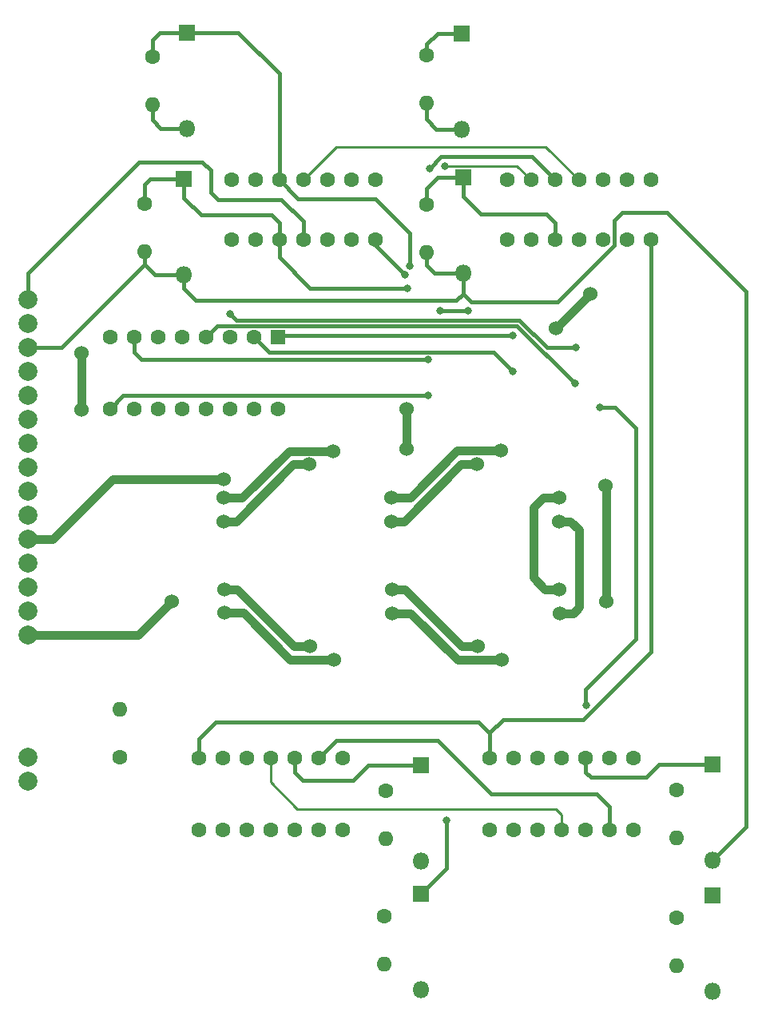
<source format=gbr>
%TF.GenerationSoftware,KiCad,Pcbnew,(5.1.7)-1*%
%TF.CreationDate,2021-02-06T18:02:14-06:00*%
%TF.ProjectId,SLEDBoard,534c4544-426f-4617-9264-2e6b69636164,v01*%
%TF.SameCoordinates,Original*%
%TF.FileFunction,Copper,L2,Bot*%
%TF.FilePolarity,Positive*%
%FSLAX46Y46*%
G04 Gerber Fmt 4.6, Leading zero omitted, Abs format (unit mm)*
G04 Created by KiCad (PCBNEW (5.1.7)-1) date 2021-02-06 18:02:14*
%MOMM*%
%LPD*%
G01*
G04 APERTURE LIST*
%TA.AperFunction,ComponentPad*%
%ADD10O,1.600000X1.600000*%
%TD*%
%TA.AperFunction,ComponentPad*%
%ADD11C,1.600000*%
%TD*%
%TA.AperFunction,ComponentPad*%
%ADD12O,1.800000X1.800000*%
%TD*%
%TA.AperFunction,ComponentPad*%
%ADD13R,1.800000X1.800000*%
%TD*%
%TA.AperFunction,ComponentPad*%
%ADD14R,1.600000X1.600000*%
%TD*%
%TA.AperFunction,ComponentPad*%
%ADD15C,2.000000*%
%TD*%
%TA.AperFunction,ViaPad*%
%ADD16C,0.800000*%
%TD*%
%TA.AperFunction,ViaPad*%
%ADD17C,1.524000*%
%TD*%
%TA.AperFunction,Conductor*%
%ADD18C,0.381000*%
%TD*%
%TA.AperFunction,Conductor*%
%ADD19C,0.889000*%
%TD*%
%TA.AperFunction,Conductor*%
%ADD20C,0.250000*%
%TD*%
G04 APERTURE END LIST*
D10*
%TO.P,R18,2*%
%TO.N,Net-(D1-Pad2)*%
X48025000Y-77130000D03*
D11*
%TO.P,R18,1*%
%TO.N,Net-(3SB2-Pad8)*%
X48025000Y-72050000D03*
%TD*%
D10*
%TO.P,R16,2*%
%TO.N,Net-(D1-Pad2)*%
X47200000Y-92705000D03*
D11*
%TO.P,R16,1*%
%TO.N,Net-(3SB2-Pad11)*%
X47200000Y-87625000D03*
%TD*%
D10*
%TO.P,R14,2*%
%TO.N,Net-(D1-Pad2)*%
X77100000Y-76980000D03*
D11*
%TO.P,R14,1*%
%TO.N,Net-(3SB2-Pad3)*%
X77100000Y-71900000D03*
%TD*%
D10*
%TO.P,R12,2*%
%TO.N,Net-(D1-Pad2)*%
X77100000Y-92780000D03*
D11*
%TO.P,R12,1*%
%TO.N,Net-(3SB2-Pad6)*%
X77100000Y-87700000D03*
%TD*%
D10*
%TO.P,R10,2*%
%TO.N,Net-(D1-Pad2)*%
X103600000Y-168405000D03*
D11*
%TO.P,R10,1*%
%TO.N,Net-(3SB1-Pad8)*%
X103600000Y-163325000D03*
%TD*%
D10*
%TO.P,R8,2*%
%TO.N,Net-(D1-Pad2)*%
X103625000Y-154855000D03*
D11*
%TO.P,R8,1*%
%TO.N,Net-(3SB1-Pad11)*%
X103625000Y-149775000D03*
%TD*%
D10*
%TO.P,R6,2*%
%TO.N,Net-(D1-Pad2)*%
X72600000Y-168180000D03*
D11*
%TO.P,R6,1*%
%TO.N,Net-(3SB1-Pad3)*%
X72600000Y-163100000D03*
%TD*%
D10*
%TO.P,R4,2*%
%TO.N,Net-(D1-Pad2)*%
X72759400Y-154934000D03*
D11*
%TO.P,R4,1*%
%TO.N,Net-(3SB1-Pad6)*%
X72759400Y-149854000D03*
%TD*%
D12*
%TO.P,D8,2*%
%TO.N,Net-(D1-Pad2)*%
X51675000Y-79635000D03*
D13*
%TO.P,D8,1*%
%TO.N,Net-(3SB2-Pad8)*%
X51675000Y-69475000D03*
%TD*%
D12*
%TO.P,D7,2*%
%TO.N,Net-(D1-Pad2)*%
X51400000Y-95135000D03*
D13*
%TO.P,D7,1*%
%TO.N,Net-(3SB2-Pad11)*%
X51400000Y-84975000D03*
%TD*%
D12*
%TO.P,D6,2*%
%TO.N,Net-(D1-Pad2)*%
X80850000Y-79710000D03*
D13*
%TO.P,D6,1*%
%TO.N,Net-(3SB2-Pad3)*%
X80850000Y-69550000D03*
%TD*%
D12*
%TO.P,D5,2*%
%TO.N,Net-(D1-Pad2)*%
X81000000Y-94985000D03*
D13*
%TO.P,D5,1*%
%TO.N,Net-(3SB2-Pad6)*%
X81000000Y-84825000D03*
%TD*%
D12*
%TO.P,D4,2*%
%TO.N,Net-(D1-Pad2)*%
X107375000Y-171085000D03*
D13*
%TO.P,D4,1*%
%TO.N,Net-(3SB1-Pad8)*%
X107375000Y-160925000D03*
%TD*%
D12*
%TO.P,D3,2*%
%TO.N,Net-(D1-Pad2)*%
X107400000Y-157235000D03*
D13*
%TO.P,D3,1*%
%TO.N,Net-(3SB1-Pad11)*%
X107400000Y-147075000D03*
%TD*%
D12*
%TO.P,D2,2*%
%TO.N,Net-(D1-Pad2)*%
X76500000Y-170960000D03*
D13*
%TO.P,D2,1*%
%TO.N,Net-(3SB1-Pad3)*%
X76500000Y-160800000D03*
%TD*%
%TO.P,D1,1*%
%TO.N,Net-(3SB1-Pad6)*%
X76500000Y-147100000D03*
D12*
%TO.P,D1,2*%
%TO.N,Net-(D1-Pad2)*%
X76500000Y-157260000D03*
%TD*%
D11*
%TO.P,U10,VIN*%
%TO.N,VDD*%
X71655000Y-85100000D03*
%TO.P,U10,GND*%
%TO.N,GND*%
X69115000Y-85100000D03*
%TO.P,U10,3V3*%
%TO.N,Net-(U10-Pad3V3)*%
X66575000Y-85100000D03*
%TO.P,U10,SCL*%
%TO.N,Net-(R1-Pad2)*%
X64035000Y-85100000D03*
%TO.P,U10,SDA*%
%TO.N,Net-(3SB2-Pad8)*%
X61495000Y-85100000D03*
%TO.P,U10,INT*%
%TO.N,Net-(U10-PadINT)*%
X58955000Y-85100000D03*
%TO.P,U10,LED*%
%TO.N,GND*%
X56415000Y-85100000D03*
%TD*%
%TO.P,U9,VIN*%
%TO.N,VDD*%
X71655000Y-91450000D03*
%TO.P,U9,GND*%
%TO.N,GND*%
X69115000Y-91450000D03*
%TO.P,U9,3V3*%
%TO.N,Net-(U9-Pad3V3)*%
X66575000Y-91450000D03*
%TO.P,U9,SCL*%
%TO.N,Net-(R1-Pad2)*%
X64035000Y-91450000D03*
%TO.P,U9,SDA*%
%TO.N,Net-(3SB2-Pad11)*%
X61495000Y-91450000D03*
%TO.P,U9,INT*%
%TO.N,Net-(U10-PadINT)*%
X58955000Y-91450000D03*
%TO.P,U9,LED*%
%TO.N,GND*%
X56415000Y-91450000D03*
%TD*%
%TO.P,U8,VIN*%
%TO.N,VDD*%
X100865000Y-85100000D03*
%TO.P,U8,GND*%
%TO.N,GND*%
X98325000Y-85100000D03*
%TO.P,U8,3V3*%
%TO.N,Net-(U8-Pad3V3)*%
X95785000Y-85100000D03*
%TO.P,U8,SCL*%
%TO.N,Net-(R1-Pad2)*%
X93245000Y-85100000D03*
%TO.P,U8,SDA*%
%TO.N,Net-(3SB2-Pad3)*%
X90705000Y-85100000D03*
%TO.P,U8,INT*%
%TO.N,Net-(U10-PadINT)*%
X88165000Y-85100000D03*
%TO.P,U8,LED*%
%TO.N,GND*%
X85625000Y-85100000D03*
%TD*%
%TO.P,U7,VIN*%
%TO.N,VDD*%
X100865000Y-91450000D03*
%TO.P,U7,GND*%
%TO.N,GND*%
X98325000Y-91450000D03*
%TO.P,U7,3V3*%
%TO.N,Net-(U7-Pad3V3)*%
X95785000Y-91450000D03*
%TO.P,U7,SCL*%
%TO.N,Net-(R1-Pad2)*%
X93245000Y-91450000D03*
%TO.P,U7,SDA*%
%TO.N,Net-(3SB2-Pad6)*%
X90705000Y-91450000D03*
%TO.P,U7,INT*%
%TO.N,Net-(U10-PadINT)*%
X88165000Y-91450000D03*
%TO.P,U7,LED*%
%TO.N,GND*%
X85625000Y-91450000D03*
%TD*%
%TO.P,U6,VIN*%
%TO.N,VDD*%
X83800000Y-154025000D03*
%TO.P,U6,GND*%
%TO.N,GND*%
X86340000Y-154025000D03*
%TO.P,U6,3V3*%
%TO.N,Net-(U6-Pad3V3)*%
X88880000Y-154025000D03*
%TO.P,U6,SCL*%
%TO.N,Net-(R1-Pad2)*%
X91420000Y-154025000D03*
%TO.P,U6,SDA*%
%TO.N,Net-(3SB1-Pad8)*%
X93960000Y-154025000D03*
%TO.P,U6,INT*%
%TO.N,Net-(U10-PadINT)*%
X96500000Y-154025000D03*
%TO.P,U6,LED*%
%TO.N,GND*%
X99040000Y-154025000D03*
%TD*%
%TO.P,U5,VIN*%
%TO.N,VDD*%
X83800000Y-146405000D03*
%TO.P,U5,GND*%
%TO.N,GND*%
X86340000Y-146405000D03*
%TO.P,U5,3V3*%
%TO.N,Net-(U5-Pad3V3)*%
X88880000Y-146405000D03*
%TO.P,U5,SCL*%
%TO.N,Net-(R1-Pad2)*%
X91420000Y-146405000D03*
%TO.P,U5,SDA*%
%TO.N,Net-(3SB1-Pad11)*%
X93960000Y-146405000D03*
%TO.P,U5,INT*%
%TO.N,Net-(U10-PadINT)*%
X96500000Y-146405000D03*
%TO.P,U5,LED*%
%TO.N,GND*%
X99040000Y-146405000D03*
%TD*%
%TO.P,U4,VIN*%
%TO.N,VDD*%
X52960000Y-154025000D03*
%TO.P,U4,GND*%
%TO.N,GND*%
X55500000Y-154025000D03*
%TO.P,U4,3V3*%
%TO.N,Net-(U4-Pad3V3)*%
X58040000Y-154025000D03*
%TO.P,U4,SCL*%
%TO.N,Net-(R1-Pad2)*%
X60580000Y-154025000D03*
%TO.P,U4,SDA*%
%TO.N,Net-(3SB1-Pad3)*%
X63120000Y-154025000D03*
%TO.P,U4,INT*%
%TO.N,Net-(U10-PadINT)*%
X65660000Y-154025000D03*
%TO.P,U4,LED*%
%TO.N,GND*%
X68200000Y-154025000D03*
%TD*%
%TO.P,U3,VIN*%
%TO.N,VDD*%
X52985000Y-146405000D03*
%TO.P,U3,GND*%
%TO.N,GND*%
X55525000Y-146405000D03*
%TO.P,U3,3V3*%
%TO.N,Net-(U3-Pad3V3)*%
X58065000Y-146405000D03*
%TO.P,U3,SCL*%
%TO.N,Net-(R1-Pad2)*%
X60605000Y-146405000D03*
%TO.P,U3,SDA*%
%TO.N,Net-(3SB1-Pad6)*%
X63145000Y-146405000D03*
%TO.P,U3,INT*%
%TO.N,Net-(U10-PadINT)*%
X65685000Y-146405000D03*
%TO.P,U3,LED*%
%TO.N,GND*%
X68225000Y-146405000D03*
%TD*%
%TO.P,DECODER1,9*%
%TO.N,/~Y7*%
X43537200Y-109357000D03*
%TO.P,DECODER1,8*%
%TO.N,GND*%
X43537200Y-101737000D03*
%TO.P,DECODER1,16*%
%TO.N,VDD*%
X61317200Y-109357000D03*
%TO.P,DECODER1,15*%
%TO.N,Net-(DECODER1-Pad15)*%
X58777200Y-109357000D03*
%TO.P,DECODER1,14*%
%TO.N,Net-(DECODER1-Pad14)*%
X56237200Y-109357000D03*
%TO.P,DECODER1,13*%
%TO.N,Net-(DECODER1-Pad13)*%
X53697200Y-109357000D03*
%TO.P,DECODER1,12*%
%TO.N,GND*%
X51157200Y-109357000D03*
%TO.P,DECODER1,11*%
%TO.N,/~Y9*%
X48617200Y-109357000D03*
%TO.P,DECODER1,10*%
%TO.N,/~Y8*%
X46077200Y-109357000D03*
%TO.P,DECODER1,7*%
%TO.N,/~Y6*%
X46077200Y-101737000D03*
%TO.P,DECODER1,6*%
%TO.N,/~Y5*%
X48617200Y-101737000D03*
%TO.P,DECODER1,5*%
%TO.N,/~Y4*%
X51157200Y-101737000D03*
%TO.P,DECODER1,4*%
%TO.N,/~Y3*%
X53697200Y-101737000D03*
%TO.P,DECODER1,3*%
%TO.N,/~Y2*%
X56237200Y-101737000D03*
%TO.P,DECODER1,2*%
%TO.N,/~Y1*%
X58777200Y-101737000D03*
D14*
%TO.P,DECODER1,1*%
%TO.N,/~Y0*%
X61317200Y-101737000D03*
%TD*%
D10*
%TO.P,R1,2*%
%TO.N,Net-(R1-Pad2)*%
X44550000Y-141245000D03*
D11*
%TO.P,R1,1*%
%TO.N,VDD*%
X44550000Y-146325000D03*
%TD*%
D15*
%TO.P,VDD,2*%
%TO.N,VDD*%
X34850000Y-146300000D03*
%TO.P,VDD,1*%
%TO.N,GND*%
X34850000Y-148840000D03*
%TD*%
%TO.P,U2,15*%
%TO.N,Net-(R1-Pad2)*%
X34825000Y-97800000D03*
%TO.P,U2,14*%
%TO.N,Net-(U10-PadINT)*%
X34825000Y-100340000D03*
%TO.P,U2,13*%
%TO.N,Net-(D1-Pad2)*%
X34825000Y-102880000D03*
%TO.P,U2,12*%
%TO.N,Net-(DECODER1-Pad15)*%
X34825000Y-105420000D03*
%TO.P,U2,11*%
%TO.N,Net-(DECODER1-Pad14)*%
X34825000Y-107960000D03*
%TO.P,U2,10*%
%TO.N,Net-(DECODER1-Pad13)*%
X34825000Y-110500000D03*
%TO.P,U2,9*%
%TO.N,Net-(U2-Pad9)*%
X34825000Y-113040000D03*
%TO.P,U2,8*%
%TO.N,Net-(LED1-Pad1)*%
X34825000Y-115580000D03*
%TO.P,U2,7*%
%TO.N,Net-(LED1-Pad3)*%
X34825000Y-118120000D03*
%TO.P,U2,6*%
%TO.N,Net-(LED1-Pad5)*%
X34825000Y-120660000D03*
%TO.P,U2,5*%
%TO.N,Net-(LED1-Pad7)*%
X34825000Y-123200000D03*
%TO.P,U2,4*%
%TO.N,Net-(LED2-Pad8)*%
X34825000Y-125740000D03*
%TO.P,U2,3*%
%TO.N,Net-(LED2-Pad6)*%
X34825000Y-128280000D03*
%TO.P,U2,2*%
%TO.N,Net-(LED2-Pad4)*%
X34825000Y-130820000D03*
%TO.P,U2,1*%
%TO.N,Net-(LED2-Pad2)*%
X34825000Y-133360000D03*
%TD*%
D16*
%TO.N,/~Y0*%
X86250000Y-101625000D03*
%TO.N,Net-(3SB1-Pad3)*%
X79200000Y-152975000D03*
%TO.N,/~Y1*%
X86275000Y-105425000D03*
D17*
%TO.N,GND*%
X40500000Y-103475000D03*
X40500000Y-109450000D03*
X74950000Y-109350000D03*
X74950000Y-113575000D03*
X90825000Y-100850000D03*
X94450000Y-97225000D03*
D16*
%TO.N,Net-(3SB1-Pad8)*%
X94040000Y-140760000D03*
X95475000Y-109225000D03*
%TO.N,/~Y3*%
X92850000Y-106700000D03*
%TO.N,VDD*%
X78513000Y-98987000D03*
X81488000Y-98987000D03*
X74825000Y-95180058D03*
%TO.N,/~Y7*%
X77250000Y-107975000D03*
%TO.N,Net-(3SB2-Pad11)*%
X75050000Y-96575000D03*
%TO.N,Net-(3SB2-Pad8)*%
X75325000Y-94200000D03*
%TO.N,/~Y6*%
X77250000Y-104150000D03*
%TO.N,Net-(3SB2-Pad3)*%
X77425000Y-83875000D03*
%TO.N,/~Y2*%
X92900000Y-102875000D03*
X56250000Y-99275000D03*
D17*
%TO.N,Net-(LED1-Pad7)*%
X55575000Y-116825000D03*
%TO.N,Net-(LED1-Pad4)*%
X55600000Y-121300000D03*
X64675000Y-115250000D03*
%TO.N,Net-(LED1-Pad2)*%
X55600000Y-118775000D03*
X67193499Y-113843499D03*
%TO.N,Net-(LED2-Pad1)*%
X64750000Y-134525000D03*
X55675000Y-128475000D03*
%TO.N,Net-(LED2-Pad2)*%
X50125000Y-129750000D03*
%TO.N,Net-(LED2-Pad5)*%
X67293499Y-135931501D03*
X55700000Y-131000000D03*
%TO.N,Net-(LED5-Pad4)*%
X82450000Y-115250000D03*
X73375000Y-121300000D03*
%TO.N,Net-(LED5-Pad2)*%
X84993499Y-113818499D03*
X73400000Y-118750000D03*
%TO.N,Net-(LED6-Pad3)*%
X73475000Y-131025000D03*
X85068499Y-135956501D03*
%TO.N,Net-(LED6-Pad1)*%
X73450000Y-128475000D03*
X82525000Y-134525000D03*
%TO.N,Net-(LED10-Pad7)*%
X96100000Y-117500000D03*
X96150000Y-129750000D03*
%TO.N,Net-(LED10-Pad3)*%
X91200000Y-131025000D03*
X91125000Y-121300000D03*
%TO.N,Net-(LED10-Pad1)*%
X91175000Y-128475000D03*
X91150000Y-118750000D03*
D16*
%TO.N,Net-(U10-PadINT)*%
X79075000Y-83600000D03*
%TD*%
D18*
%TO.N,/~Y0*%
X61429200Y-101625000D02*
X61317200Y-101737000D01*
X86250000Y-101625000D02*
X61429200Y-101625000D01*
%TO.N,Net-(3SB1-Pad3)*%
X79200000Y-158100000D02*
X76500000Y-160800000D01*
X79200000Y-152975000D02*
X79200000Y-158100000D01*
%TO.N,/~Y1*%
X60399699Y-103359499D02*
X58777200Y-101737000D01*
X84209499Y-103359499D02*
X60399699Y-103359499D01*
X86275000Y-105425000D02*
X84209499Y-103359499D01*
%TO.N,Net-(3SB1-Pad6)*%
X76500000Y-147100000D02*
X70950000Y-147100000D01*
X70950000Y-147100000D02*
X69300000Y-148750000D01*
X69300000Y-148750000D02*
X63975000Y-148750000D01*
X63145000Y-147920000D02*
X63145000Y-146405000D01*
X63975000Y-148750000D02*
X63145000Y-147920000D01*
D19*
%TO.N,GND*%
X40500000Y-103475000D02*
X40500000Y-109450000D01*
X40500000Y-109450000D02*
X40500000Y-109650000D01*
X74950000Y-109350000D02*
X74950000Y-113575000D01*
X74950000Y-113575000D02*
X74950000Y-113800000D01*
X90825000Y-100850000D02*
X94450000Y-97225000D01*
X94450000Y-97225000D02*
X94450000Y-97225000D01*
D18*
%TO.N,Net-(3SB1-Pad8)*%
X95475000Y-109225000D02*
X97050000Y-109225000D01*
X97050000Y-109225000D02*
X99275000Y-111450000D01*
X99275000Y-111450000D02*
X99275000Y-133775000D01*
X99275000Y-133775000D02*
X93975000Y-139075000D01*
X93975000Y-140695000D02*
X94040000Y-140760000D01*
X93975000Y-139075000D02*
X93975000Y-140695000D01*
%TO.N,Net-(3SB1-Pad11)*%
X107400000Y-147075000D02*
X101725000Y-147075000D01*
X101725000Y-147075000D02*
X100375000Y-148425000D01*
X100375000Y-148425000D02*
X94525000Y-148425000D01*
X93960000Y-147860000D02*
X93960000Y-146405000D01*
X94525000Y-148425000D02*
X93960000Y-147860000D01*
%TO.N,/~Y3*%
X54887701Y-100546499D02*
X53697200Y-101737000D01*
X86696499Y-100546499D02*
X54887701Y-100546499D01*
X92850000Y-106700000D02*
X86696499Y-100546499D01*
%TO.N,VDD*%
X78513000Y-98987000D02*
X81488000Y-98987000D01*
X81488000Y-98987000D02*
X81613000Y-98987000D01*
X71655000Y-92010058D02*
X71655000Y-91450000D01*
X74825000Y-95180058D02*
X71655000Y-92010058D01*
X52985000Y-146405000D02*
X52985000Y-144340000D01*
X52985000Y-144340000D02*
X54775000Y-142550000D01*
X54775000Y-142550000D02*
X82625000Y-142550000D01*
X82625000Y-142550000D02*
X83800000Y-143725000D01*
X83800000Y-146405000D02*
X83800000Y-143725000D01*
X100865000Y-134985000D02*
X100865000Y-91450000D01*
X100865000Y-135104942D02*
X100865000Y-134985000D01*
X85225000Y-142275000D02*
X93694942Y-142275000D01*
X93694942Y-142275000D02*
X100865000Y-135104942D01*
X83800000Y-143700000D02*
X85225000Y-142275000D01*
X83800000Y-143725000D02*
X83800000Y-143700000D01*
%TO.N,/~Y7*%
X44919200Y-107975000D02*
X43537200Y-109357000D01*
X77250000Y-107975000D02*
X44919200Y-107975000D01*
%TO.N,Net-(3SB2-Pad11)*%
X47200000Y-87625000D02*
X47200000Y-85575000D01*
X47800000Y-84975000D02*
X51400000Y-84975000D01*
X47200000Y-85575000D02*
X47800000Y-84975000D01*
X51400000Y-84975000D02*
X51400000Y-87000000D01*
X51400000Y-87000000D02*
X53225000Y-88825000D01*
X53225000Y-88825000D02*
X60650000Y-88825000D01*
X61495000Y-89670000D02*
X61495000Y-91450000D01*
X60650000Y-88825000D02*
X61495000Y-89670000D01*
X75050000Y-96575000D02*
X64750000Y-96575000D01*
X61495000Y-93320000D02*
X61495000Y-91450000D01*
X64750000Y-96575000D02*
X61495000Y-93320000D01*
%TO.N,Net-(3SB2-Pad8)*%
X48025000Y-72050000D02*
X48025000Y-70300000D01*
X48850000Y-69475000D02*
X51675000Y-69475000D01*
X48025000Y-70300000D02*
X48850000Y-69475000D01*
X51675000Y-69475000D02*
X57125000Y-69475000D01*
X61495000Y-73845000D02*
X61495000Y-85100000D01*
X57125000Y-69475000D02*
X61495000Y-73845000D01*
X75325000Y-94200000D02*
X75325000Y-90725000D01*
X75325000Y-90725000D02*
X71675000Y-87075000D01*
X63470000Y-87075000D02*
X61495000Y-85100000D01*
X71675000Y-87075000D02*
X63470000Y-87075000D01*
%TO.N,Net-(3SB2-Pad6)*%
X77100000Y-87700000D02*
X77100000Y-86000000D01*
X78275000Y-84825000D02*
X81000000Y-84825000D01*
X77100000Y-86000000D02*
X78275000Y-84825000D01*
X81000000Y-84825000D02*
X81000000Y-86875000D01*
X81000000Y-86875000D02*
X82875000Y-88750000D01*
X82875000Y-88750000D02*
X89775000Y-88750000D01*
X90705000Y-89680000D02*
X90705000Y-91450000D01*
X89775000Y-88750000D02*
X90705000Y-89680000D01*
%TO.N,/~Y6*%
X77250000Y-104150000D02*
X46875000Y-104150000D01*
X46077200Y-103352200D02*
X46077200Y-101737000D01*
X46875000Y-104150000D02*
X46077200Y-103352200D01*
%TO.N,Net-(3SB2-Pad3)*%
X77100000Y-71900000D02*
X77100000Y-70725000D01*
X78275000Y-69550000D02*
X80850000Y-69550000D01*
X77100000Y-70725000D02*
X78275000Y-69550000D01*
X77425000Y-83875000D02*
X78650000Y-82650000D01*
X88255000Y-82650000D02*
X90705000Y-85100000D01*
X78650000Y-82650000D02*
X88255000Y-82650000D01*
%TO.N,Net-(D1-Pad2)*%
X47200000Y-92705000D02*
X47200000Y-94050000D01*
X48285000Y-95135000D02*
X51400000Y-95135000D01*
X47200000Y-94050000D02*
X48285000Y-95135000D01*
X77100000Y-92780000D02*
X77100000Y-94125000D01*
X77960000Y-94985000D02*
X81000000Y-94985000D01*
X77100000Y-94125000D02*
X77960000Y-94985000D01*
X48025000Y-77130000D02*
X48025000Y-78750000D01*
X48910000Y-79635000D02*
X51675000Y-79635000D01*
X48025000Y-78750000D02*
X48910000Y-79635000D01*
X77100000Y-76980000D02*
X77100000Y-78650000D01*
X78160000Y-79710000D02*
X80850000Y-79710000D01*
X77100000Y-78650000D02*
X78160000Y-79710000D01*
X51400000Y-95135000D02*
X51400000Y-96625000D01*
X51400000Y-96625000D02*
X52650000Y-97875000D01*
X52650000Y-97875000D02*
X80275000Y-97875000D01*
X81000000Y-97150000D02*
X81000000Y-94985000D01*
X80275000Y-97875000D02*
X81000000Y-97150000D01*
X38370000Y-102880000D02*
X47200000Y-94050000D01*
X34825000Y-102880000D02*
X38370000Y-102880000D01*
X111000000Y-96925000D02*
X111000000Y-153635000D01*
X97826002Y-88550000D02*
X102625000Y-88550000D01*
X96975501Y-92021441D02*
X96975501Y-89400501D01*
X90996942Y-98000000D02*
X96975501Y-92021441D01*
X111000000Y-153635000D02*
X107400000Y-157235000D01*
X102625000Y-88550000D02*
X111000000Y-96925000D01*
X81875000Y-98000000D02*
X90996942Y-98000000D01*
X96975501Y-89400501D02*
X97826002Y-88550000D01*
X81025000Y-97150000D02*
X81875000Y-98000000D01*
X81000000Y-97150000D02*
X81025000Y-97150000D01*
%TO.N,/~Y2*%
X56940489Y-99965489D02*
X56250000Y-99275000D01*
X56250000Y-99275000D02*
X56250000Y-99275000D01*
X56940489Y-99965489D02*
X86937162Y-99965490D01*
X89846672Y-102875000D02*
X92900000Y-102875000D01*
X86937162Y-99965490D02*
X89846672Y-102875000D01*
D19*
%TO.N,Net-(LED1-Pad7)*%
X34825000Y-123200000D02*
X37450000Y-123200000D01*
X37450000Y-123200000D02*
X43825000Y-116825000D01*
X43825000Y-116825000D02*
X55575000Y-116825000D01*
X55575000Y-116825000D02*
X55725000Y-116825000D01*
%TO.N,Net-(LED1-Pad4)*%
X55600000Y-121300000D02*
X56950000Y-121300000D01*
X56950000Y-121300000D02*
X63000000Y-115250000D01*
X63000000Y-115250000D02*
X64675000Y-115250000D01*
X64675000Y-115250000D02*
X64675000Y-115250000D01*
%TO.N,Net-(LED1-Pad2)*%
X55600000Y-118775000D02*
X57575000Y-118775000D01*
X62506501Y-113843499D02*
X67193499Y-113843499D01*
X57575000Y-118775000D02*
X62506501Y-113843499D01*
X67193499Y-113843499D02*
X67193499Y-113843499D01*
%TO.N,Net-(LED2-Pad1)*%
X57025000Y-128475000D02*
X63075000Y-134525000D01*
X55675000Y-128475000D02*
X57025000Y-128475000D01*
X63075000Y-134525000D02*
X64750000Y-134525000D01*
%TO.N,Net-(LED2-Pad2)*%
X34825000Y-133360000D02*
X46515000Y-133360000D01*
X46515000Y-133360000D02*
X50125000Y-129750000D01*
X50125000Y-129750000D02*
X50125000Y-129750000D01*
%TO.N,Net-(LED2-Pad5)*%
X55700000Y-131000000D02*
X57675000Y-131000000D01*
X57675000Y-131000000D02*
X62606501Y-135931501D01*
X62606501Y-135931501D02*
X67293499Y-135931501D01*
%TO.N,Net-(LED5-Pad4)*%
X74725000Y-121300000D02*
X80775000Y-115250000D01*
X73375000Y-121300000D02*
X74725000Y-121300000D01*
X80775000Y-115250000D02*
X82450000Y-115250000D01*
%TO.N,Net-(LED5-Pad2)*%
X73400000Y-118750000D02*
X75375000Y-118750000D01*
X75375000Y-118750000D02*
X80306501Y-113818499D01*
X80306501Y-113818499D02*
X84993499Y-113818499D01*
%TO.N,Net-(LED6-Pad3)*%
X73475000Y-131025000D02*
X75450000Y-131025000D01*
X80381501Y-135956501D02*
X85068499Y-135956501D01*
X75450000Y-131025000D02*
X80381501Y-135956501D01*
%TO.N,Net-(LED6-Pad1)*%
X80850000Y-134525000D02*
X82525000Y-134525000D01*
X73450000Y-128475000D02*
X74800000Y-128475000D01*
X74800000Y-128475000D02*
X80850000Y-134525000D01*
%TO.N,Net-(LED10-Pad7)*%
X96150000Y-117550000D02*
X96100000Y-117500000D01*
X96150000Y-129750000D02*
X96150000Y-117550000D01*
%TO.N,Net-(LED10-Pad3)*%
X91200000Y-131025000D02*
X92650000Y-131025000D01*
X92650000Y-131025000D02*
X93275000Y-130400000D01*
X93275000Y-130400000D02*
X93275000Y-122200000D01*
X92375000Y-121300000D02*
X91125000Y-121300000D01*
X93275000Y-122200000D02*
X92375000Y-121300000D01*
%TO.N,Net-(LED10-Pad1)*%
X91175000Y-128475000D02*
X89650000Y-128475000D01*
X89650000Y-128475000D02*
X88425000Y-127250000D01*
X88425000Y-127250000D02*
X88425000Y-119750000D01*
X89425000Y-118750000D02*
X91150000Y-118750000D01*
X88425000Y-119750000D02*
X89425000Y-118750000D01*
D18*
%TO.N,Net-(R1-Pad2)*%
X64035000Y-89510000D02*
X64035000Y-91450000D01*
X61725000Y-87200000D02*
X64035000Y-89510000D01*
X55025000Y-87200000D02*
X61725000Y-87200000D01*
X54250000Y-86425000D02*
X55025000Y-87200000D01*
X54250000Y-84075000D02*
X54250000Y-86425000D01*
X46650000Y-83175000D02*
X53350000Y-83175000D01*
X34825000Y-95000000D02*
X46650000Y-83175000D01*
X53350000Y-83175000D02*
X54250000Y-84075000D01*
X34825000Y-97800000D02*
X34825000Y-95000000D01*
D20*
X91420000Y-152395000D02*
X91420000Y-154025000D01*
X90800000Y-151775000D02*
X91420000Y-152395000D01*
X63425000Y-151775000D02*
X90800000Y-151775000D01*
X60605000Y-148955000D02*
X63425000Y-151775000D01*
X60605000Y-146405000D02*
X60605000Y-148955000D01*
X93245000Y-85100000D02*
X89745000Y-81600000D01*
X67535000Y-81600000D02*
X64035000Y-85100000D01*
X89745000Y-81600000D02*
X67535000Y-81600000D01*
D18*
%TO.N,Net-(U10-PadINT)*%
X65685000Y-146405000D02*
X67540000Y-144550000D01*
X67540000Y-144550000D02*
X78325000Y-144550000D01*
X78325000Y-144550000D02*
X83950000Y-150175000D01*
X83950000Y-150175000D02*
X95150000Y-150175000D01*
X96500000Y-151525000D02*
X96500000Y-154025000D01*
X95150000Y-150175000D02*
X96500000Y-151525000D01*
D20*
X88165000Y-85100000D02*
X86665000Y-83600000D01*
X86665000Y-83600000D02*
X79075000Y-83600000D01*
X79075000Y-83600000D02*
X79075000Y-83600000D01*
%TD*%
M02*

</source>
